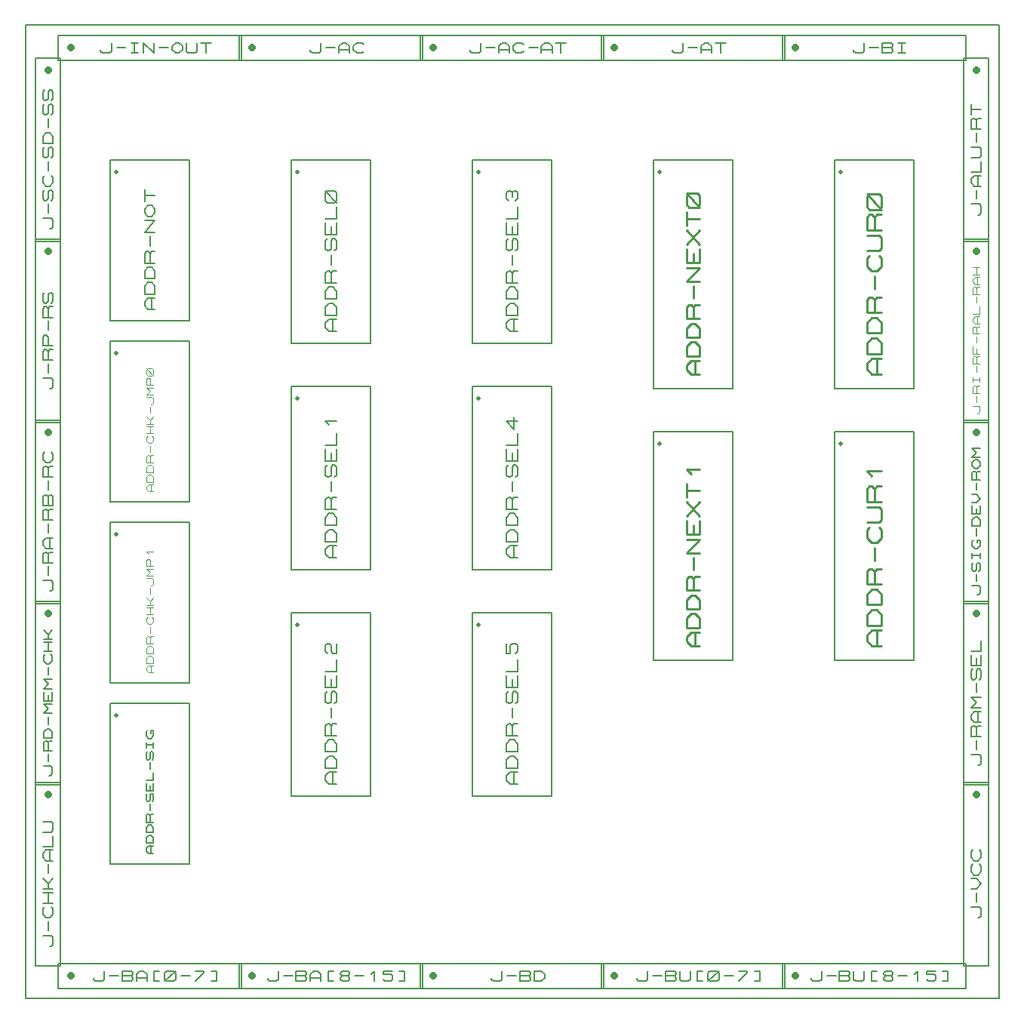
<source format=gbr>
G04 PROTEUS GERBER X2 FILE*
%TF.GenerationSoftware,Labcenter,Proteus,8.13-SP0-Build31525*%
%TF.CreationDate,2022-07-18T15:56:52+00:00*%
%TF.FileFunction,AssemblyDrawing,Top*%
%TF.FilePolarity,Positive*%
%TF.Part,Single*%
%TF.SameCoordinates,{834004b6-de26-4565-9fcf-6b40b17824ff}*%
%FSLAX45Y45*%
%MOMM*%
G01*
%TA.AperFunction,Profile*%
%ADD15C,0.203200*%
%TA.AperFunction,Material*%
%ADD16C,0.203200*%
%ADD20C,0.812800*%
%ADD21C,0.177800*%
%ADD22C,0.154510*%
%ADD23C,0.123610*%
%ADD24C,0.142630*%
%ADD25C,0.508000*%
%ADD26C,0.192910*%
%ADD27C,0.120560*%
%ADD28C,0.130320*%
%ADD29C,0.200420*%
%ADD72C,0.231730*%
%ADD73C,0.256870*%
%TD.AperFunction*%
D15*
X-5461000Y-5715000D02*
X+5461000Y-5715000D01*
X+5461000Y+5207000D01*
X-5461000Y+5207000D01*
X-5461000Y-5715000D01*
D16*
X-3058160Y+4815840D02*
X-1005840Y+4815840D01*
X-1005840Y+5090160D01*
X-3058160Y+5090160D01*
X-3058160Y+4815840D01*
D20*
X-2921000Y+4953000D02*
X-2921000Y+4953000D01*
D21*
X-2263140Y+4935220D02*
X-2263140Y+4917440D01*
X-2243138Y+4899660D01*
X-2163128Y+4899660D01*
X-2143125Y+4917440D01*
X-2143125Y+5006340D01*
X-2083118Y+4953000D02*
X-1983105Y+4953000D01*
X-1943100Y+4899660D02*
X-1943100Y+4970780D01*
X-1903095Y+5006340D01*
X-1863090Y+5006340D01*
X-1823085Y+4970780D01*
X-1823085Y+4899660D01*
X-1943100Y+4935220D02*
X-1823085Y+4935220D01*
X-1663065Y+4917440D02*
X-1683068Y+4899660D01*
X-1743075Y+4899660D01*
X-1783080Y+4935220D01*
X-1783080Y+4970780D01*
X-1743075Y+5006340D01*
X-1683068Y+5006340D01*
X-1663065Y+4988560D01*
D16*
X-1026160Y+4815840D02*
X+1026160Y+4815840D01*
X+1026160Y+5090160D01*
X-1026160Y+5090160D01*
X-1026160Y+4815840D01*
D20*
X-889000Y+4953000D02*
X-889000Y+4953000D01*
D21*
X-471170Y+4935220D02*
X-471170Y+4917440D01*
X-451168Y+4899660D01*
X-371158Y+4899660D01*
X-351155Y+4917440D01*
X-351155Y+5006340D01*
X-291148Y+4953000D02*
X-191135Y+4953000D01*
X-151130Y+4899660D02*
X-151130Y+4970780D01*
X-111125Y+5006340D01*
X-71120Y+5006340D01*
X-31115Y+4970780D01*
X-31115Y+4899660D01*
X-151130Y+4935220D02*
X-31115Y+4935220D01*
X+128905Y+4917440D02*
X+108902Y+4899660D01*
X+48895Y+4899660D01*
X+8890Y+4935220D01*
X+8890Y+4970780D01*
X+48895Y+5006340D01*
X+108902Y+5006340D01*
X+128905Y+4988560D01*
X+188912Y+4953000D02*
X+288925Y+4953000D01*
X+328930Y+4899660D02*
X+328930Y+4970780D01*
X+368935Y+5006340D01*
X+408940Y+5006340D01*
X+448945Y+4970780D01*
X+448945Y+4899660D01*
X+328930Y+4935220D02*
X+448945Y+4935220D01*
X+488950Y+5006340D02*
X+608965Y+5006340D01*
X+548957Y+5006340D02*
X+548957Y+4899660D01*
D16*
X+1005840Y+4815840D02*
X+3058160Y+4815840D01*
X+3058160Y+5090160D01*
X+1005840Y+5090160D01*
X+1005840Y+4815840D01*
D20*
X+1143000Y+4953000D02*
X+1143000Y+4953000D01*
D21*
X+1800860Y+4935220D02*
X+1800860Y+4917440D01*
X+1820862Y+4899660D01*
X+1900872Y+4899660D01*
X+1920875Y+4917440D01*
X+1920875Y+5006340D01*
X+1980882Y+4953000D02*
X+2080895Y+4953000D01*
X+2120900Y+4899660D02*
X+2120900Y+4970780D01*
X+2160905Y+5006340D01*
X+2200910Y+5006340D01*
X+2240915Y+4970780D01*
X+2240915Y+4899660D01*
X+2120900Y+4935220D02*
X+2240915Y+4935220D01*
X+2280920Y+5006340D02*
X+2400935Y+5006340D01*
X+2340927Y+5006340D02*
X+2340927Y+4899660D01*
D16*
X+3037840Y+4815840D02*
X+5090160Y+4815840D01*
X+5090160Y+5090160D01*
X+3037840Y+5090160D01*
X+3037840Y+4815840D01*
D20*
X+3175000Y+4953000D02*
X+3175000Y+4953000D01*
D21*
X+3832860Y+4935220D02*
X+3832860Y+4917440D01*
X+3852862Y+4899660D01*
X+3932872Y+4899660D01*
X+3952875Y+4917440D01*
X+3952875Y+5006340D01*
X+4012882Y+4953000D02*
X+4112895Y+4953000D01*
X+4152900Y+4899660D02*
X+4152900Y+5006340D01*
X+4252912Y+5006340D01*
X+4272915Y+4988560D01*
X+4272915Y+4970780D01*
X+4252912Y+4953000D01*
X+4272915Y+4935220D01*
X+4272915Y+4917440D01*
X+4252912Y+4899660D01*
X+4152900Y+4899660D01*
X+4152900Y+4953000D02*
X+4252912Y+4953000D01*
X+4332922Y+5006340D02*
X+4412932Y+5006340D01*
X+4372927Y+5006340D02*
X+4372927Y+4899660D01*
X+4332922Y+4899660D02*
X+4412932Y+4899660D01*
D16*
X-5090160Y+4815840D02*
X-3037840Y+4815840D01*
X-3037840Y+5090160D01*
X-5090160Y+5090160D01*
X-5090160Y+4815840D01*
D20*
X-4953000Y+4953000D02*
X-4953000Y+4953000D01*
D21*
X-4615180Y+4935220D02*
X-4615180Y+4917440D01*
X-4595178Y+4899660D01*
X-4515168Y+4899660D01*
X-4495165Y+4917440D01*
X-4495165Y+5006340D01*
X-4435158Y+4953000D02*
X-4335145Y+4953000D01*
X-4275138Y+5006340D02*
X-4195128Y+5006340D01*
X-4235133Y+5006340D02*
X-4235133Y+4899660D01*
X-4275138Y+4899660D02*
X-4195128Y+4899660D01*
X-4135120Y+4899660D02*
X-4135120Y+5006340D01*
X-4015105Y+4899660D01*
X-4015105Y+5006340D01*
X-3955098Y+4953000D02*
X-3855085Y+4953000D01*
X-3815080Y+4970780D02*
X-3775075Y+5006340D01*
X-3735070Y+5006340D01*
X-3695065Y+4970780D01*
X-3695065Y+4935220D01*
X-3735070Y+4899660D01*
X-3775075Y+4899660D01*
X-3815080Y+4935220D01*
X-3815080Y+4970780D01*
X-3655060Y+5006340D02*
X-3655060Y+4917440D01*
X-3635058Y+4899660D01*
X-3555048Y+4899660D01*
X-3535045Y+4917440D01*
X-3535045Y+5006340D01*
X-3495040Y+5006340D02*
X-3375025Y+5006340D01*
X-3435033Y+5006340D02*
X-3435033Y+4899660D01*
D16*
X-5090160Y-5598160D02*
X-3037840Y-5598160D01*
X-3037840Y-5323840D01*
X-5090160Y-5323840D01*
X-5090160Y-5598160D01*
D20*
X-4953000Y-5461000D02*
X-4953000Y-5461000D01*
D21*
X-4695190Y-5478780D02*
X-4695190Y-5496560D01*
X-4675188Y-5514340D01*
X-4595178Y-5514340D01*
X-4575175Y-5496560D01*
X-4575175Y-5407660D01*
X-4515168Y-5461000D02*
X-4415155Y-5461000D01*
X-4375150Y-5514340D02*
X-4375150Y-5407660D01*
X-4275138Y-5407660D01*
X-4255135Y-5425440D01*
X-4255135Y-5443220D01*
X-4275138Y-5461000D01*
X-4255135Y-5478780D01*
X-4255135Y-5496560D01*
X-4275138Y-5514340D01*
X-4375150Y-5514340D01*
X-4375150Y-5461000D02*
X-4275138Y-5461000D01*
X-4215130Y-5514340D02*
X-4215130Y-5443220D01*
X-4175125Y-5407660D01*
X-4135120Y-5407660D01*
X-4095115Y-5443220D01*
X-4095115Y-5514340D01*
X-4215130Y-5478780D02*
X-4095115Y-5478780D01*
X-3955098Y-5407660D02*
X-4015105Y-5407660D01*
X-4015105Y-5514340D01*
X-3955098Y-5514340D01*
X-3895090Y-5496560D02*
X-3895090Y-5425440D01*
X-3875088Y-5407660D01*
X-3795078Y-5407660D01*
X-3775075Y-5425440D01*
X-3775075Y-5496560D01*
X-3795078Y-5514340D01*
X-3875088Y-5514340D01*
X-3895090Y-5496560D01*
X-3895090Y-5514340D02*
X-3775075Y-5407660D01*
X-3715068Y-5461000D02*
X-3615055Y-5461000D01*
X-3555048Y-5407660D02*
X-3455035Y-5407660D01*
X-3455035Y-5425440D01*
X-3555048Y-5514340D01*
X-3375025Y-5407660D02*
X-3315018Y-5407660D01*
X-3315018Y-5514340D01*
X-3375025Y-5514340D01*
D16*
X-3058160Y-5598160D02*
X-1005840Y-5598160D01*
X-1005840Y-5323840D01*
X-3058160Y-5323840D01*
X-3058160Y-5598160D01*
D20*
X-2921000Y-5461000D02*
X-2921000Y-5461000D01*
D21*
X-2743200Y-5478780D02*
X-2743200Y-5496560D01*
X-2723198Y-5514340D01*
X-2643188Y-5514340D01*
X-2623185Y-5496560D01*
X-2623185Y-5407660D01*
X-2563178Y-5461000D02*
X-2463165Y-5461000D01*
X-2423160Y-5514340D02*
X-2423160Y-5407660D01*
X-2323148Y-5407660D01*
X-2303145Y-5425440D01*
X-2303145Y-5443220D01*
X-2323148Y-5461000D01*
X-2303145Y-5478780D01*
X-2303145Y-5496560D01*
X-2323148Y-5514340D01*
X-2423160Y-5514340D01*
X-2423160Y-5461000D02*
X-2323148Y-5461000D01*
X-2263140Y-5514340D02*
X-2263140Y-5443220D01*
X-2223135Y-5407660D01*
X-2183130Y-5407660D01*
X-2143125Y-5443220D01*
X-2143125Y-5514340D01*
X-2263140Y-5478780D02*
X-2143125Y-5478780D01*
X-2003108Y-5407660D02*
X-2063115Y-5407660D01*
X-2063115Y-5514340D01*
X-2003108Y-5514340D01*
X-1903095Y-5461000D02*
X-1923098Y-5443220D01*
X-1923098Y-5425440D01*
X-1903095Y-5407660D01*
X-1843088Y-5407660D01*
X-1823085Y-5425440D01*
X-1823085Y-5443220D01*
X-1843088Y-5461000D01*
X-1903095Y-5461000D01*
X-1923098Y-5478780D01*
X-1923098Y-5496560D01*
X-1903095Y-5514340D01*
X-1843088Y-5514340D01*
X-1823085Y-5496560D01*
X-1823085Y-5478780D01*
X-1843088Y-5461000D01*
X-1763078Y-5461000D02*
X-1663065Y-5461000D01*
X-1583055Y-5443220D02*
X-1543050Y-5407660D01*
X-1543050Y-5514340D01*
X-1343025Y-5407660D02*
X-1443038Y-5407660D01*
X-1443038Y-5443220D01*
X-1363028Y-5443220D01*
X-1343025Y-5461000D01*
X-1343025Y-5496560D01*
X-1363028Y-5514340D01*
X-1423035Y-5514340D01*
X-1443038Y-5496560D01*
X-1263015Y-5407660D02*
X-1203008Y-5407660D01*
X-1203008Y-5514340D01*
X-1263015Y-5514340D01*
D16*
X-1026160Y-5598160D02*
X+1026160Y-5598160D01*
X+1026160Y-5323840D01*
X-1026160Y-5323840D01*
X-1026160Y-5598160D01*
D20*
X-889000Y-5461000D02*
X-889000Y-5461000D01*
D21*
X-231140Y-5478780D02*
X-231140Y-5496560D01*
X-211138Y-5514340D01*
X-131128Y-5514340D01*
X-111125Y-5496560D01*
X-111125Y-5407660D01*
X-51118Y-5461000D02*
X+48895Y-5461000D01*
X+88900Y-5514340D02*
X+88900Y-5407660D01*
X+188912Y-5407660D01*
X+208915Y-5425440D01*
X+208915Y-5443220D01*
X+188912Y-5461000D01*
X+208915Y-5478780D01*
X+208915Y-5496560D01*
X+188912Y-5514340D01*
X+88900Y-5514340D01*
X+88900Y-5461000D02*
X+188912Y-5461000D01*
X+248920Y-5514340D02*
X+248920Y-5407660D01*
X+328930Y-5407660D01*
X+368935Y-5443220D01*
X+368935Y-5478780D01*
X+328930Y-5514340D01*
X+248920Y-5514340D01*
D16*
X+1005840Y-5598160D02*
X+3058160Y-5598160D01*
X+3058160Y-5323840D01*
X+1005840Y-5323840D01*
X+1005840Y-5598160D01*
D20*
X+1143000Y-5461000D02*
X+1143000Y-5461000D01*
D21*
X+1400810Y-5478780D02*
X+1400810Y-5496560D01*
X+1420812Y-5514340D01*
X+1500822Y-5514340D01*
X+1520825Y-5496560D01*
X+1520825Y-5407660D01*
X+1580832Y-5461000D02*
X+1680845Y-5461000D01*
X+1720850Y-5514340D02*
X+1720850Y-5407660D01*
X+1820862Y-5407660D01*
X+1840865Y-5425440D01*
X+1840865Y-5443220D01*
X+1820862Y-5461000D01*
X+1840865Y-5478780D01*
X+1840865Y-5496560D01*
X+1820862Y-5514340D01*
X+1720850Y-5514340D01*
X+1720850Y-5461000D02*
X+1820862Y-5461000D01*
X+1880870Y-5407660D02*
X+1880870Y-5496560D01*
X+1900872Y-5514340D01*
X+1980882Y-5514340D01*
X+2000885Y-5496560D01*
X+2000885Y-5407660D01*
X+2140902Y-5407660D02*
X+2080895Y-5407660D01*
X+2080895Y-5514340D01*
X+2140902Y-5514340D01*
X+2200910Y-5496560D02*
X+2200910Y-5425440D01*
X+2220912Y-5407660D01*
X+2300922Y-5407660D01*
X+2320925Y-5425440D01*
X+2320925Y-5496560D01*
X+2300922Y-5514340D01*
X+2220912Y-5514340D01*
X+2200910Y-5496560D01*
X+2200910Y-5514340D02*
X+2320925Y-5407660D01*
X+2380932Y-5461000D02*
X+2480945Y-5461000D01*
X+2540952Y-5407660D02*
X+2640965Y-5407660D01*
X+2640965Y-5425440D01*
X+2540952Y-5514340D01*
X+2720975Y-5407660D02*
X+2780982Y-5407660D01*
X+2780982Y-5514340D01*
X+2720975Y-5514340D01*
D16*
X+3037840Y-5598160D02*
X+5090160Y-5598160D01*
X+5090160Y-5323840D01*
X+3037840Y-5323840D01*
X+3037840Y-5598160D01*
D20*
X+3175000Y-5461000D02*
X+3175000Y-5461000D01*
D21*
X+3352800Y-5478780D02*
X+3352800Y-5496560D01*
X+3372802Y-5514340D01*
X+3452812Y-5514340D01*
X+3472815Y-5496560D01*
X+3472815Y-5407660D01*
X+3532822Y-5461000D02*
X+3632835Y-5461000D01*
X+3672840Y-5514340D02*
X+3672840Y-5407660D01*
X+3772852Y-5407660D01*
X+3792855Y-5425440D01*
X+3792855Y-5443220D01*
X+3772852Y-5461000D01*
X+3792855Y-5478780D01*
X+3792855Y-5496560D01*
X+3772852Y-5514340D01*
X+3672840Y-5514340D01*
X+3672840Y-5461000D02*
X+3772852Y-5461000D01*
X+3832860Y-5407660D02*
X+3832860Y-5496560D01*
X+3852862Y-5514340D01*
X+3932872Y-5514340D01*
X+3952875Y-5496560D01*
X+3952875Y-5407660D01*
X+4092892Y-5407660D02*
X+4032885Y-5407660D01*
X+4032885Y-5514340D01*
X+4092892Y-5514340D01*
X+4192905Y-5461000D02*
X+4172902Y-5443220D01*
X+4172902Y-5425440D01*
X+4192905Y-5407660D01*
X+4252912Y-5407660D01*
X+4272915Y-5425440D01*
X+4272915Y-5443220D01*
X+4252912Y-5461000D01*
X+4192905Y-5461000D01*
X+4172902Y-5478780D01*
X+4172902Y-5496560D01*
X+4192905Y-5514340D01*
X+4252912Y-5514340D01*
X+4272915Y-5496560D01*
X+4272915Y-5478780D01*
X+4252912Y-5461000D01*
X+4332922Y-5461000D02*
X+4432935Y-5461000D01*
X+4512945Y-5443220D02*
X+4552950Y-5407660D01*
X+4552950Y-5514340D01*
X+4752975Y-5407660D02*
X+4652962Y-5407660D01*
X+4652962Y-5443220D01*
X+4732972Y-5443220D01*
X+4752975Y-5461000D01*
X+4752975Y-5496560D01*
X+4732972Y-5514340D01*
X+4672965Y-5514340D01*
X+4652962Y-5496560D01*
X+4832985Y-5407660D02*
X+4892992Y-5407660D01*
X+4892992Y-5514340D01*
X+4832985Y-5514340D01*
D16*
X-5344160Y+2783840D02*
X-5069840Y+2783840D01*
X-5069840Y+4836160D01*
X-5344160Y+4836160D01*
X-5344160Y+2783840D01*
D20*
X-5207000Y+4699000D02*
X-5207000Y+4699000D01*
D21*
X-5189220Y+2921000D02*
X-5171440Y+2921000D01*
X-5153660Y+2941002D01*
X-5153660Y+3021012D01*
X-5171440Y+3041015D01*
X-5260340Y+3041015D01*
X-5207000Y+3101022D02*
X-5207000Y+3201035D01*
X-5171440Y+3241040D02*
X-5153660Y+3261042D01*
X-5153660Y+3341052D01*
X-5171440Y+3361055D01*
X-5189220Y+3361055D01*
X-5207000Y+3341052D01*
X-5207000Y+3261042D01*
X-5224780Y+3241040D01*
X-5242560Y+3241040D01*
X-5260340Y+3261042D01*
X-5260340Y+3341052D01*
X-5242560Y+3361055D01*
X-5171440Y+3521075D02*
X-5153660Y+3501072D01*
X-5153660Y+3441065D01*
X-5189220Y+3401060D01*
X-5224780Y+3401060D01*
X-5260340Y+3441065D01*
X-5260340Y+3501072D01*
X-5242560Y+3521075D01*
X-5207000Y+3581082D02*
X-5207000Y+3681095D01*
X-5171440Y+3721100D02*
X-5153660Y+3741102D01*
X-5153660Y+3821112D01*
X-5171440Y+3841115D01*
X-5189220Y+3841115D01*
X-5207000Y+3821112D01*
X-5207000Y+3741102D01*
X-5224780Y+3721100D01*
X-5242560Y+3721100D01*
X-5260340Y+3741102D01*
X-5260340Y+3821112D01*
X-5242560Y+3841115D01*
X-5153660Y+3881120D02*
X-5260340Y+3881120D01*
X-5260340Y+3961130D01*
X-5224780Y+4001135D01*
X-5189220Y+4001135D01*
X-5153660Y+3961130D01*
X-5153660Y+3881120D01*
X-5207000Y+4061142D02*
X-5207000Y+4161155D01*
X-5171440Y+4201160D02*
X-5153660Y+4221162D01*
X-5153660Y+4301172D01*
X-5171440Y+4321175D01*
X-5189220Y+4321175D01*
X-5207000Y+4301172D01*
X-5207000Y+4221162D01*
X-5224780Y+4201160D01*
X-5242560Y+4201160D01*
X-5260340Y+4221162D01*
X-5260340Y+4301172D01*
X-5242560Y+4321175D01*
X-5171440Y+4361180D02*
X-5153660Y+4381182D01*
X-5153660Y+4461192D01*
X-5171440Y+4481195D01*
X-5189220Y+4481195D01*
X-5207000Y+4461192D01*
X-5207000Y+4381182D01*
X-5224780Y+4361180D01*
X-5242560Y+4361180D01*
X-5260340Y+4381182D01*
X-5260340Y+4461192D01*
X-5242560Y+4481195D01*
D16*
X-5344160Y+751840D02*
X-5069840Y+751840D01*
X-5069840Y+2804160D01*
X-5344160Y+2804160D01*
X-5344160Y+751840D01*
D20*
X-5207000Y+2667000D02*
X-5207000Y+2667000D01*
D21*
X-5189220Y+1129030D02*
X-5171440Y+1129030D01*
X-5153660Y+1149032D01*
X-5153660Y+1229042D01*
X-5171440Y+1249045D01*
X-5260340Y+1249045D01*
X-5207000Y+1309052D02*
X-5207000Y+1409065D01*
X-5153660Y+1449070D02*
X-5260340Y+1449070D01*
X-5260340Y+1549082D01*
X-5242560Y+1569085D01*
X-5224780Y+1569085D01*
X-5207000Y+1549082D01*
X-5207000Y+1449070D01*
X-5207000Y+1549082D02*
X-5189220Y+1569085D01*
X-5153660Y+1569085D01*
X-5153660Y+1609090D02*
X-5260340Y+1609090D01*
X-5260340Y+1709102D01*
X-5242560Y+1729105D01*
X-5224780Y+1729105D01*
X-5207000Y+1709102D01*
X-5207000Y+1609090D01*
X-5207000Y+1789112D02*
X-5207000Y+1889125D01*
X-5153660Y+1929130D02*
X-5260340Y+1929130D01*
X-5260340Y+2029142D01*
X-5242560Y+2049145D01*
X-5224780Y+2049145D01*
X-5207000Y+2029142D01*
X-5207000Y+1929130D01*
X-5207000Y+2029142D02*
X-5189220Y+2049145D01*
X-5153660Y+2049145D01*
X-5171440Y+2089150D02*
X-5153660Y+2109152D01*
X-5153660Y+2189162D01*
X-5171440Y+2209165D01*
X-5189220Y+2209165D01*
X-5207000Y+2189162D01*
X-5207000Y+2109152D01*
X-5224780Y+2089150D01*
X-5242560Y+2089150D01*
X-5260340Y+2109152D01*
X-5260340Y+2189162D01*
X-5242560Y+2209165D01*
D16*
X-5344160Y-1280160D02*
X-5069840Y-1280160D01*
X-5069840Y+772160D01*
X-5344160Y+772160D01*
X-5344160Y-1280160D01*
D20*
X-5207000Y+635000D02*
X-5207000Y+635000D01*
D21*
X-5189220Y-1143000D02*
X-5171440Y-1143000D01*
X-5153660Y-1122998D01*
X-5153660Y-1042988D01*
X-5171440Y-1022985D01*
X-5260340Y-1022985D01*
X-5207000Y-962978D02*
X-5207000Y-862965D01*
X-5153660Y-822960D02*
X-5260340Y-822960D01*
X-5260340Y-722948D01*
X-5242560Y-702945D01*
X-5224780Y-702945D01*
X-5207000Y-722948D01*
X-5207000Y-822960D01*
X-5207000Y-722948D02*
X-5189220Y-702945D01*
X-5153660Y-702945D01*
X-5153660Y-662940D02*
X-5224780Y-662940D01*
X-5260340Y-622935D01*
X-5260340Y-582930D01*
X-5224780Y-542925D01*
X-5153660Y-542925D01*
X-5189220Y-662940D02*
X-5189220Y-542925D01*
X-5207000Y-482918D02*
X-5207000Y-382905D01*
X-5153660Y-342900D02*
X-5260340Y-342900D01*
X-5260340Y-242888D01*
X-5242560Y-222885D01*
X-5224780Y-222885D01*
X-5207000Y-242888D01*
X-5207000Y-342900D01*
X-5207000Y-242888D02*
X-5189220Y-222885D01*
X-5153660Y-222885D01*
X-5153660Y-182880D02*
X-5260340Y-182880D01*
X-5260340Y-82868D01*
X-5242560Y-62865D01*
X-5224780Y-62865D01*
X-5207000Y-82868D01*
X-5189220Y-62865D01*
X-5171440Y-62865D01*
X-5153660Y-82868D01*
X-5153660Y-182880D01*
X-5207000Y-182880D02*
X-5207000Y-82868D01*
X-5207000Y-2858D02*
X-5207000Y+97155D01*
X-5153660Y+137160D02*
X-5260340Y+137160D01*
X-5260340Y+237172D01*
X-5242560Y+257175D01*
X-5224780Y+257175D01*
X-5207000Y+237172D01*
X-5207000Y+137160D01*
X-5207000Y+237172D02*
X-5189220Y+257175D01*
X-5153660Y+257175D01*
X-5171440Y+417195D02*
X-5153660Y+397192D01*
X-5153660Y+337185D01*
X-5189220Y+297180D01*
X-5224780Y+297180D01*
X-5260340Y+337185D01*
X-5260340Y+397192D01*
X-5242560Y+417195D01*
D16*
X-5344160Y-3312160D02*
X-5069840Y-3312160D01*
X-5069840Y-1259840D01*
X-5344160Y-1259840D01*
X-5344160Y-3312160D01*
D20*
X-5207000Y-1397000D02*
X-5207000Y-1397000D01*
D22*
X-5191548Y-3209284D02*
X-5176096Y-3209284D01*
X-5160645Y-3191901D01*
X-5160645Y-3122369D01*
X-5176096Y-3104986D01*
X-5253354Y-3104986D01*
X-5207000Y-3052837D02*
X-5207000Y-2965922D01*
X-5160645Y-2931156D02*
X-5253354Y-2931156D01*
X-5253354Y-2844241D01*
X-5237903Y-2826858D01*
X-5222451Y-2826858D01*
X-5207000Y-2844241D01*
X-5207000Y-2931156D01*
X-5207000Y-2844241D02*
X-5191548Y-2826858D01*
X-5160645Y-2826858D01*
X-5160645Y-2792092D02*
X-5253354Y-2792092D01*
X-5253354Y-2722560D01*
X-5222451Y-2687794D01*
X-5191548Y-2687794D01*
X-5160645Y-2722560D01*
X-5160645Y-2792092D01*
X-5207000Y-2635645D02*
X-5207000Y-2548730D01*
X-5160645Y-2513964D02*
X-5253354Y-2513964D01*
X-5207000Y-2461815D01*
X-5253354Y-2409666D01*
X-5160645Y-2409666D01*
X-5160645Y-2270602D02*
X-5160645Y-2374900D01*
X-5253354Y-2374900D01*
X-5253354Y-2270602D01*
X-5207000Y-2374900D02*
X-5207000Y-2305368D01*
X-5160645Y-2235836D02*
X-5253354Y-2235836D01*
X-5207000Y-2183687D01*
X-5253354Y-2131538D01*
X-5160645Y-2131538D01*
X-5207000Y-2079389D02*
X-5207000Y-1992474D01*
X-5176096Y-1853410D02*
X-5160645Y-1870793D01*
X-5160645Y-1922942D01*
X-5191548Y-1957708D01*
X-5222451Y-1957708D01*
X-5253354Y-1922942D01*
X-5253354Y-1870793D01*
X-5237903Y-1853410D01*
X-5160645Y-1818644D02*
X-5253354Y-1818644D01*
X-5253354Y-1714346D02*
X-5160645Y-1714346D01*
X-5207000Y-1818644D02*
X-5207000Y-1714346D01*
X-5253354Y-1679580D02*
X-5160645Y-1679580D01*
X-5253354Y-1575282D02*
X-5207000Y-1627431D01*
X-5160645Y-1575282D01*
X-5207000Y-1679580D02*
X-5207000Y-1627431D01*
D16*
X-5344160Y-5344160D02*
X-5069840Y-5344160D01*
X-5069840Y-3291840D01*
X-5344160Y-3291840D01*
X-5344160Y-5344160D01*
D20*
X-5207000Y-3429000D02*
X-5207000Y-3429000D01*
D21*
X-5189220Y-5126990D02*
X-5171440Y-5126990D01*
X-5153660Y-5106988D01*
X-5153660Y-5026978D01*
X-5171440Y-5006975D01*
X-5260340Y-5006975D01*
X-5207000Y-4946968D02*
X-5207000Y-4846955D01*
X-5171440Y-4686935D02*
X-5153660Y-4706938D01*
X-5153660Y-4766945D01*
X-5189220Y-4806950D01*
X-5224780Y-4806950D01*
X-5260340Y-4766945D01*
X-5260340Y-4706938D01*
X-5242560Y-4686935D01*
X-5153660Y-4646930D02*
X-5260340Y-4646930D01*
X-5260340Y-4526915D02*
X-5153660Y-4526915D01*
X-5207000Y-4646930D02*
X-5207000Y-4526915D01*
X-5260340Y-4486910D02*
X-5153660Y-4486910D01*
X-5260340Y-4366895D02*
X-5207000Y-4426903D01*
X-5153660Y-4366895D01*
X-5207000Y-4486910D02*
X-5207000Y-4426903D01*
X-5207000Y-4306888D02*
X-5207000Y-4206875D01*
X-5153660Y-4166870D02*
X-5224780Y-4166870D01*
X-5260340Y-4126865D01*
X-5260340Y-4086860D01*
X-5224780Y-4046855D01*
X-5153660Y-4046855D01*
X-5189220Y-4166870D02*
X-5189220Y-4046855D01*
X-5260340Y-4006850D02*
X-5153660Y-4006850D01*
X-5153660Y-3886835D01*
X-5260340Y-3846830D02*
X-5171440Y-3846830D01*
X-5153660Y-3826828D01*
X-5153660Y-3746818D01*
X-5171440Y-3726815D01*
X-5260340Y-3726815D01*
D16*
X+5069840Y+2783840D02*
X+5344160Y+2783840D01*
X+5344160Y+4836160D01*
X+5069840Y+4836160D01*
X+5069840Y+2783840D01*
D20*
X+5207000Y+4699000D02*
X+5207000Y+4699000D01*
D21*
X+5224780Y+3081020D02*
X+5242560Y+3081020D01*
X+5260340Y+3101022D01*
X+5260340Y+3181032D01*
X+5242560Y+3201035D01*
X+5153660Y+3201035D01*
X+5207000Y+3261042D02*
X+5207000Y+3361055D01*
X+5260340Y+3401060D02*
X+5189220Y+3401060D01*
X+5153660Y+3441065D01*
X+5153660Y+3481070D01*
X+5189220Y+3521075D01*
X+5260340Y+3521075D01*
X+5224780Y+3401060D02*
X+5224780Y+3521075D01*
X+5153660Y+3561080D02*
X+5260340Y+3561080D01*
X+5260340Y+3681095D01*
X+5153660Y+3721100D02*
X+5242560Y+3721100D01*
X+5260340Y+3741102D01*
X+5260340Y+3821112D01*
X+5242560Y+3841115D01*
X+5153660Y+3841115D01*
X+5207000Y+3901122D02*
X+5207000Y+4001135D01*
X+5260340Y+4041140D02*
X+5153660Y+4041140D01*
X+5153660Y+4141152D01*
X+5171440Y+4161155D01*
X+5189220Y+4161155D01*
X+5207000Y+4141152D01*
X+5207000Y+4041140D01*
X+5207000Y+4141152D02*
X+5224780Y+4161155D01*
X+5260340Y+4161155D01*
X+5153660Y+4201160D02*
X+5153660Y+4321175D01*
X+5153660Y+4261167D02*
X+5260340Y+4261167D01*
D16*
X+5069840Y+751840D02*
X+5344160Y+751840D01*
X+5344160Y+2804160D01*
X+5069840Y+2804160D01*
X+5069840Y+751840D01*
D20*
X+5207000Y+2667000D02*
X+5207000Y+2667000D01*
D23*
X+5219361Y+854718D02*
X+5231723Y+854718D01*
X+5244084Y+868624D01*
X+5244084Y+924249D01*
X+5231723Y+938156D01*
X+5169916Y+938156D01*
X+5207000Y+979875D02*
X+5207000Y+1049407D01*
X+5244084Y+1077220D02*
X+5169916Y+1077220D01*
X+5169916Y+1146751D01*
X+5182277Y+1160658D01*
X+5194639Y+1160658D01*
X+5207000Y+1146751D01*
X+5207000Y+1077220D01*
X+5207000Y+1146751D02*
X+5219361Y+1160658D01*
X+5244084Y+1160658D01*
X+5169916Y+1202377D02*
X+5169916Y+1258002D01*
X+5169916Y+1230190D02*
X+5244084Y+1230190D01*
X+5244084Y+1202377D02*
X+5244084Y+1258002D01*
X+5207000Y+1313628D02*
X+5207000Y+1383160D01*
X+5244084Y+1410973D02*
X+5169916Y+1410973D01*
X+5169916Y+1480504D01*
X+5182277Y+1494411D01*
X+5194639Y+1494411D01*
X+5207000Y+1480504D01*
X+5207000Y+1410973D01*
X+5207000Y+1480504D02*
X+5219361Y+1494411D01*
X+5244084Y+1494411D01*
X+5244084Y+1522224D02*
X+5169916Y+1522224D01*
X+5169916Y+1605662D01*
X+5207000Y+1522224D02*
X+5207000Y+1577849D01*
X+5207000Y+1647381D02*
X+5207000Y+1716913D01*
X+5244084Y+1744726D02*
X+5169916Y+1744726D01*
X+5169916Y+1814257D01*
X+5182277Y+1828164D01*
X+5194639Y+1828164D01*
X+5207000Y+1814257D01*
X+5207000Y+1744726D01*
X+5207000Y+1814257D02*
X+5219361Y+1828164D01*
X+5244084Y+1828164D01*
X+5244084Y+1855977D02*
X+5194639Y+1855977D01*
X+5169916Y+1883789D01*
X+5169916Y+1911602D01*
X+5194639Y+1939415D01*
X+5244084Y+1939415D01*
X+5219361Y+1855977D02*
X+5219361Y+1939415D01*
X+5169916Y+1967228D02*
X+5244084Y+1967228D01*
X+5244084Y+2050666D01*
X+5207000Y+2092385D02*
X+5207000Y+2161917D01*
X+5244084Y+2189730D02*
X+5169916Y+2189730D01*
X+5169916Y+2259261D01*
X+5182277Y+2273168D01*
X+5194639Y+2273168D01*
X+5207000Y+2259261D01*
X+5207000Y+2189730D01*
X+5207000Y+2259261D02*
X+5219361Y+2273168D01*
X+5244084Y+2273168D01*
X+5244084Y+2300981D02*
X+5194639Y+2300981D01*
X+5169916Y+2328793D01*
X+5169916Y+2356606D01*
X+5194639Y+2384419D01*
X+5244084Y+2384419D01*
X+5219361Y+2300981D02*
X+5219361Y+2384419D01*
X+5244084Y+2412232D02*
X+5169916Y+2412232D01*
X+5169916Y+2495670D02*
X+5244084Y+2495670D01*
X+5207000Y+2412232D02*
X+5207000Y+2495670D01*
D16*
X+5069840Y-1280160D02*
X+5344160Y-1280160D01*
X+5344160Y+772160D01*
X+5069840Y+772160D01*
X+5069840Y-1280160D01*
D20*
X+5207000Y+635000D02*
X+5207000Y+635000D01*
D24*
X+5221263Y-1177285D02*
X+5235526Y-1177285D01*
X+5249789Y-1161240D01*
X+5249789Y-1097056D01*
X+5235526Y-1081010D01*
X+5164211Y-1081010D01*
X+5207000Y-1032873D02*
X+5207000Y-952643D01*
X+5235526Y-920551D02*
X+5249789Y-904506D01*
X+5249789Y-840322D01*
X+5235526Y-824276D01*
X+5221263Y-824276D01*
X+5207000Y-840322D01*
X+5207000Y-904506D01*
X+5192737Y-920551D01*
X+5178474Y-920551D01*
X+5164211Y-904506D01*
X+5164211Y-840322D01*
X+5178474Y-824276D01*
X+5164211Y-776139D02*
X+5164211Y-711955D01*
X+5164211Y-744047D02*
X+5249789Y-744047D01*
X+5249789Y-776139D02*
X+5249789Y-711955D01*
X+5221263Y-599634D02*
X+5221263Y-567542D01*
X+5249789Y-567542D01*
X+5249789Y-631726D01*
X+5221263Y-663817D01*
X+5192737Y-663817D01*
X+5164211Y-631726D01*
X+5164211Y-583588D01*
X+5178474Y-567542D01*
X+5207000Y-519405D02*
X+5207000Y-439175D01*
X+5249789Y-407083D02*
X+5164211Y-407083D01*
X+5164211Y-342900D01*
X+5192737Y-310808D01*
X+5221263Y-310808D01*
X+5249789Y-342900D01*
X+5249789Y-407083D01*
X+5249789Y-182441D02*
X+5249789Y-278716D01*
X+5164211Y-278716D01*
X+5164211Y-182441D01*
X+5207000Y-278716D02*
X+5207000Y-214533D01*
X+5164211Y-150349D02*
X+5207000Y-150349D01*
X+5249789Y-102212D01*
X+5207000Y-54074D01*
X+5164211Y-54074D01*
X+5207000Y-5937D02*
X+5207000Y+74293D01*
X+5249789Y+106385D02*
X+5164211Y+106385D01*
X+5164211Y+186614D01*
X+5178474Y+202660D01*
X+5192737Y+202660D01*
X+5207000Y+186614D01*
X+5207000Y+106385D01*
X+5207000Y+186614D02*
X+5221263Y+202660D01*
X+5249789Y+202660D01*
X+5192737Y+234752D02*
X+5164211Y+266843D01*
X+5164211Y+298935D01*
X+5192737Y+331027D01*
X+5221263Y+331027D01*
X+5249789Y+298935D01*
X+5249789Y+266843D01*
X+5221263Y+234752D01*
X+5192737Y+234752D01*
X+5249789Y+363119D02*
X+5164211Y+363119D01*
X+5207000Y+411256D01*
X+5164211Y+459394D01*
X+5249789Y+459394D01*
D16*
X+5069840Y-3312160D02*
X+5344160Y-3312160D01*
X+5344160Y-1259840D01*
X+5069840Y-1259840D01*
X+5069840Y-3312160D01*
D20*
X+5207000Y-1397000D02*
X+5207000Y-1397000D01*
D21*
X+5224780Y-3094990D02*
X+5242560Y-3094990D01*
X+5260340Y-3074988D01*
X+5260340Y-2994978D01*
X+5242560Y-2974975D01*
X+5153660Y-2974975D01*
X+5207000Y-2914968D02*
X+5207000Y-2814955D01*
X+5260340Y-2774950D02*
X+5153660Y-2774950D01*
X+5153660Y-2674938D01*
X+5171440Y-2654935D01*
X+5189220Y-2654935D01*
X+5207000Y-2674938D01*
X+5207000Y-2774950D01*
X+5207000Y-2674938D02*
X+5224780Y-2654935D01*
X+5260340Y-2654935D01*
X+5260340Y-2614930D02*
X+5189220Y-2614930D01*
X+5153660Y-2574925D01*
X+5153660Y-2534920D01*
X+5189220Y-2494915D01*
X+5260340Y-2494915D01*
X+5224780Y-2614930D02*
X+5224780Y-2494915D01*
X+5260340Y-2454910D02*
X+5153660Y-2454910D01*
X+5207000Y-2394903D01*
X+5153660Y-2334895D01*
X+5260340Y-2334895D01*
X+5207000Y-2274888D02*
X+5207000Y-2174875D01*
X+5242560Y-2134870D02*
X+5260340Y-2114868D01*
X+5260340Y-2034858D01*
X+5242560Y-2014855D01*
X+5224780Y-2014855D01*
X+5207000Y-2034858D01*
X+5207000Y-2114868D01*
X+5189220Y-2134870D01*
X+5171440Y-2134870D01*
X+5153660Y-2114868D01*
X+5153660Y-2034858D01*
X+5171440Y-2014855D01*
X+5260340Y-1854835D02*
X+5260340Y-1974850D01*
X+5153660Y-1974850D01*
X+5153660Y-1854835D01*
X+5207000Y-1974850D02*
X+5207000Y-1894840D01*
X+5153660Y-1814830D02*
X+5260340Y-1814830D01*
X+5260340Y-1694815D01*
D16*
X+5069840Y-5344160D02*
X+5344160Y-5344160D01*
X+5344160Y-3291840D01*
X+5069840Y-3291840D01*
X+5069840Y-5344160D01*
D20*
X+5207000Y-3429000D02*
X+5207000Y-3429000D01*
D21*
X+5224780Y-4806950D02*
X+5242560Y-4806950D01*
X+5260340Y-4786948D01*
X+5260340Y-4706938D01*
X+5242560Y-4686935D01*
X+5153660Y-4686935D01*
X+5207000Y-4626928D02*
X+5207000Y-4526915D01*
X+5153660Y-4486910D02*
X+5207000Y-4486910D01*
X+5260340Y-4426903D01*
X+5207000Y-4366895D01*
X+5153660Y-4366895D01*
X+5242560Y-4206875D02*
X+5260340Y-4226878D01*
X+5260340Y-4286885D01*
X+5224780Y-4326890D01*
X+5189220Y-4326890D01*
X+5153660Y-4286885D01*
X+5153660Y-4226878D01*
X+5171440Y-4206875D01*
X+5242560Y-4046855D02*
X+5260340Y-4066858D01*
X+5260340Y-4126865D01*
X+5224780Y-4166870D01*
X+5189220Y-4166870D01*
X+5153660Y-4126865D01*
X+5153660Y-4066858D01*
X+5171440Y-4046855D01*
D16*
X-4508500Y+1894840D02*
X-3619500Y+1894840D01*
X-3619500Y+3693160D01*
X-4508500Y+3693160D01*
X-4508500Y+1894840D01*
D25*
X-4445000Y+3556000D02*
X-4445000Y+3556000D01*
D26*
X-4006126Y+2018236D02*
X-4083291Y+2018236D01*
X-4121874Y+2061641D01*
X-4121874Y+2105046D01*
X-4083291Y+2148451D01*
X-4006126Y+2148451D01*
X-4044709Y+2018236D02*
X-4044709Y+2148451D01*
X-4006126Y+2191857D02*
X-4121874Y+2191857D01*
X-4121874Y+2278667D01*
X-4083291Y+2322072D01*
X-4044709Y+2322072D01*
X-4006126Y+2278667D01*
X-4006126Y+2191857D01*
X-4006126Y+2365478D02*
X-4121874Y+2365478D01*
X-4121874Y+2452288D01*
X-4083291Y+2495693D01*
X-4044709Y+2495693D01*
X-4006126Y+2452288D01*
X-4006126Y+2365478D01*
X-4006126Y+2539099D02*
X-4121874Y+2539099D01*
X-4121874Y+2647612D01*
X-4102583Y+2669314D01*
X-4083291Y+2669314D01*
X-4064000Y+2647612D01*
X-4064000Y+2539099D01*
X-4064000Y+2647612D02*
X-4044709Y+2669314D01*
X-4006126Y+2669314D01*
X-4064000Y+2734422D02*
X-4064000Y+2842935D01*
X-4006126Y+2886341D02*
X-4121874Y+2886341D01*
X-4006126Y+3016556D01*
X-4121874Y+3016556D01*
X-4083291Y+3059962D02*
X-4121874Y+3103367D01*
X-4121874Y+3146772D01*
X-4083291Y+3190177D01*
X-4044709Y+3190177D01*
X-4006126Y+3146772D01*
X-4006126Y+3103367D01*
X-4044709Y+3059962D01*
X-4083291Y+3059962D01*
X-4121874Y+3233583D02*
X-4121874Y+3363798D01*
X-4121874Y+3298690D02*
X-4006126Y+3298690D01*
D16*
X-4508500Y-137160D02*
X-3619500Y-137160D01*
X-3619500Y+1661160D01*
X-4508500Y+1661160D01*
X-4508500Y-137160D01*
D25*
X-4445000Y+1524000D02*
X-4445000Y+1524000D01*
D27*
X-4027831Y-24582D02*
X-4076057Y-24582D01*
X-4100170Y+2545D01*
X-4100170Y+29672D01*
X-4076057Y+56799D01*
X-4027831Y+56799D01*
X-4051944Y-24582D02*
X-4051944Y+56799D01*
X-4027831Y+83926D02*
X-4100170Y+83926D01*
X-4100170Y+138180D01*
X-4076057Y+165307D01*
X-4051944Y+165307D01*
X-4027831Y+138180D01*
X-4027831Y+83926D01*
X-4027831Y+192434D02*
X-4100170Y+192434D01*
X-4100170Y+246688D01*
X-4076057Y+273815D01*
X-4051944Y+273815D01*
X-4027831Y+246688D01*
X-4027831Y+192434D01*
X-4027831Y+300942D02*
X-4100170Y+300942D01*
X-4100170Y+368759D01*
X-4088113Y+382323D01*
X-4076057Y+382323D01*
X-4064000Y+368759D01*
X-4064000Y+300942D01*
X-4064000Y+368759D02*
X-4051944Y+382323D01*
X-4027831Y+382323D01*
X-4064000Y+423013D02*
X-4064000Y+490831D01*
X-4039887Y+599339D02*
X-4027831Y+585775D01*
X-4027831Y+545085D01*
X-4051944Y+517958D01*
X-4076057Y+517958D01*
X-4100170Y+545085D01*
X-4100170Y+585775D01*
X-4088113Y+599339D01*
X-4027831Y+626466D02*
X-4100170Y+626466D01*
X-4100170Y+707847D02*
X-4027831Y+707847D01*
X-4064000Y+626466D02*
X-4064000Y+707847D01*
X-4100170Y+734974D02*
X-4027831Y+734974D01*
X-4100170Y+816355D02*
X-4064000Y+775664D01*
X-4027831Y+816355D01*
X-4064000Y+734974D02*
X-4064000Y+775664D01*
X-4064000Y+857045D02*
X-4064000Y+924863D01*
X-4051944Y+951990D02*
X-4039887Y+951990D01*
X-4027831Y+965553D01*
X-4027831Y+1019807D01*
X-4039887Y+1033371D01*
X-4100170Y+1033371D01*
X-4027831Y+1060498D02*
X-4100170Y+1060498D01*
X-4064000Y+1101188D01*
X-4100170Y+1141879D01*
X-4027831Y+1141879D01*
X-4027831Y+1169006D02*
X-4100170Y+1169006D01*
X-4100170Y+1236823D01*
X-4088113Y+1250387D01*
X-4076057Y+1250387D01*
X-4064000Y+1236823D01*
X-4064000Y+1169006D01*
X-4039887Y+1277514D02*
X-4088113Y+1277514D01*
X-4100170Y+1291077D01*
X-4100170Y+1345331D01*
X-4088113Y+1358895D01*
X-4039887Y+1358895D01*
X-4027831Y+1345331D01*
X-4027831Y+1291077D01*
X-4039887Y+1277514D01*
X-4027831Y+1277514D02*
X-4100170Y+1358895D01*
D16*
X-4508500Y-2169160D02*
X-3619500Y-2169160D01*
X-3619500Y-370840D01*
X-4508500Y-370840D01*
X-4508500Y-2169160D01*
D25*
X-4445000Y-508000D02*
X-4445000Y-508000D01*
D27*
X-4027831Y-2056582D02*
X-4076057Y-2056582D01*
X-4100170Y-2029455D01*
X-4100170Y-2002328D01*
X-4076057Y-1975201D01*
X-4027831Y-1975201D01*
X-4051944Y-2056582D02*
X-4051944Y-1975201D01*
X-4027831Y-1948074D02*
X-4100170Y-1948074D01*
X-4100170Y-1893820D01*
X-4076057Y-1866693D01*
X-4051944Y-1866693D01*
X-4027831Y-1893820D01*
X-4027831Y-1948074D01*
X-4027831Y-1839566D02*
X-4100170Y-1839566D01*
X-4100170Y-1785312D01*
X-4076057Y-1758185D01*
X-4051944Y-1758185D01*
X-4027831Y-1785312D01*
X-4027831Y-1839566D01*
X-4027831Y-1731058D02*
X-4100170Y-1731058D01*
X-4100170Y-1663241D01*
X-4088113Y-1649677D01*
X-4076057Y-1649677D01*
X-4064000Y-1663241D01*
X-4064000Y-1731058D01*
X-4064000Y-1663241D02*
X-4051944Y-1649677D01*
X-4027831Y-1649677D01*
X-4064000Y-1608987D02*
X-4064000Y-1541169D01*
X-4039887Y-1432661D02*
X-4027831Y-1446225D01*
X-4027831Y-1486915D01*
X-4051944Y-1514042D01*
X-4076057Y-1514042D01*
X-4100170Y-1486915D01*
X-4100170Y-1446225D01*
X-4088113Y-1432661D01*
X-4027831Y-1405534D02*
X-4100170Y-1405534D01*
X-4100170Y-1324153D02*
X-4027831Y-1324153D01*
X-4064000Y-1405534D02*
X-4064000Y-1324153D01*
X-4100170Y-1297026D02*
X-4027831Y-1297026D01*
X-4100170Y-1215645D02*
X-4064000Y-1256336D01*
X-4027831Y-1215645D01*
X-4064000Y-1297026D02*
X-4064000Y-1256336D01*
X-4064000Y-1174955D02*
X-4064000Y-1107137D01*
X-4051944Y-1080010D02*
X-4039887Y-1080010D01*
X-4027831Y-1066447D01*
X-4027831Y-1012193D01*
X-4039887Y-998629D01*
X-4100170Y-998629D01*
X-4027831Y-971502D02*
X-4100170Y-971502D01*
X-4064000Y-930812D01*
X-4100170Y-890121D01*
X-4027831Y-890121D01*
X-4027831Y-862994D02*
X-4100170Y-862994D01*
X-4100170Y-795177D01*
X-4088113Y-781613D01*
X-4076057Y-781613D01*
X-4064000Y-795177D01*
X-4064000Y-862994D01*
X-4076057Y-727359D02*
X-4100170Y-700232D01*
X-4027831Y-700232D01*
D16*
X-4508500Y-4201160D02*
X-3619500Y-4201160D01*
X-3619500Y-2402840D01*
X-4508500Y-2402840D01*
X-4508500Y-4201160D01*
D25*
X-4445000Y-2540000D02*
X-4445000Y-2540000D01*
D28*
X-4024902Y-4087038D02*
X-4077032Y-4087038D01*
X-4103097Y-4057715D01*
X-4103097Y-4028392D01*
X-4077032Y-3999069D01*
X-4024902Y-3999069D01*
X-4050967Y-4087038D02*
X-4050967Y-3999069D01*
X-4024902Y-3969745D02*
X-4103097Y-3969745D01*
X-4103097Y-3911099D01*
X-4077032Y-3881776D01*
X-4050967Y-3881776D01*
X-4024902Y-3911099D01*
X-4024902Y-3969745D01*
X-4024902Y-3852452D02*
X-4103097Y-3852452D01*
X-4103097Y-3793806D01*
X-4077032Y-3764483D01*
X-4050967Y-3764483D01*
X-4024902Y-3793806D01*
X-4024902Y-3852452D01*
X-4024902Y-3735159D02*
X-4103097Y-3735159D01*
X-4103097Y-3661851D01*
X-4090065Y-3647190D01*
X-4077032Y-3647190D01*
X-4064000Y-3661851D01*
X-4064000Y-3735159D01*
X-4064000Y-3661851D02*
X-4050967Y-3647190D01*
X-4024902Y-3647190D01*
X-4064000Y-3603205D02*
X-4064000Y-3529897D01*
X-4037934Y-3500573D02*
X-4024902Y-3485912D01*
X-4024902Y-3427265D01*
X-4037934Y-3412604D01*
X-4050967Y-3412604D01*
X-4064000Y-3427265D01*
X-4064000Y-3485912D01*
X-4077032Y-3500573D01*
X-4090065Y-3500573D01*
X-4103097Y-3485912D01*
X-4103097Y-3427265D01*
X-4090065Y-3412604D01*
X-4024902Y-3295311D02*
X-4024902Y-3383280D01*
X-4103097Y-3383280D01*
X-4103097Y-3295311D01*
X-4064000Y-3383280D02*
X-4064000Y-3324634D01*
X-4103097Y-3265987D02*
X-4024902Y-3265987D01*
X-4024902Y-3178018D01*
X-4064000Y-3134033D02*
X-4064000Y-3060725D01*
X-4037934Y-3031401D02*
X-4024902Y-3016740D01*
X-4024902Y-2958093D01*
X-4037934Y-2943432D01*
X-4050967Y-2943432D01*
X-4064000Y-2958093D01*
X-4064000Y-3016740D01*
X-4077032Y-3031401D01*
X-4090065Y-3031401D01*
X-4103097Y-3016740D01*
X-4103097Y-2958093D01*
X-4090065Y-2943432D01*
X-4103097Y-2899447D02*
X-4103097Y-2840800D01*
X-4103097Y-2870124D02*
X-4024902Y-2870124D01*
X-4024902Y-2899447D02*
X-4024902Y-2840800D01*
X-4050967Y-2738169D02*
X-4050967Y-2708846D01*
X-4024902Y-2708846D01*
X-4024902Y-2767492D01*
X-4050967Y-2796815D01*
X-4077032Y-2796815D01*
X-4103097Y-2767492D01*
X-4103097Y-2723507D01*
X-4090065Y-2708846D01*
D16*
X-2476500Y+1640840D02*
X-1587500Y+1640840D01*
X-1587500Y+3693160D01*
X-2476500Y+3693160D01*
X-2476500Y+1640840D01*
D25*
X-2413000Y+3556000D02*
X-2413000Y+3556000D01*
D29*
X-1971871Y+1773983D02*
X-2052043Y+1773983D01*
X-2092129Y+1819079D01*
X-2092129Y+1864176D01*
X-2052043Y+1909272D01*
X-1971871Y+1909272D01*
X-2011957Y+1773983D02*
X-2011957Y+1909272D01*
X-1971871Y+1954369D02*
X-2092129Y+1954369D01*
X-2092129Y+2044562D01*
X-2052043Y+2089658D01*
X-2011957Y+2089658D01*
X-1971871Y+2044562D01*
X-1971871Y+1954369D01*
X-1971871Y+2134755D02*
X-2092129Y+2134755D01*
X-2092129Y+2224948D01*
X-2052043Y+2270044D01*
X-2011957Y+2270044D01*
X-1971871Y+2224948D01*
X-1971871Y+2134755D01*
X-1971871Y+2315141D02*
X-2092129Y+2315141D01*
X-2092129Y+2427882D01*
X-2072086Y+2450430D01*
X-2052043Y+2450430D01*
X-2032000Y+2427882D01*
X-2032000Y+2315141D01*
X-2032000Y+2427882D02*
X-2011957Y+2450430D01*
X-1971871Y+2450430D01*
X-2032000Y+2518075D02*
X-2032000Y+2630816D01*
X-1991914Y+2675913D02*
X-1971871Y+2698461D01*
X-1971871Y+2788654D01*
X-1991914Y+2811202D01*
X-2011957Y+2811202D01*
X-2032000Y+2788654D01*
X-2032000Y+2698461D01*
X-2052043Y+2675913D01*
X-2072086Y+2675913D01*
X-2092129Y+2698461D01*
X-2092129Y+2788654D01*
X-2072086Y+2811202D01*
X-1971871Y+2991588D02*
X-1971871Y+2856299D01*
X-2092129Y+2856299D01*
X-2092129Y+2991588D01*
X-2032000Y+2856299D02*
X-2032000Y+2946492D01*
X-2092129Y+3036685D02*
X-1971871Y+3036685D01*
X-1971871Y+3171974D01*
X-1991914Y+3217071D02*
X-2072086Y+3217071D01*
X-2092129Y+3239619D01*
X-2092129Y+3329812D01*
X-2072086Y+3352360D01*
X-1991914Y+3352360D01*
X-1971871Y+3329812D01*
X-1971871Y+3239619D01*
X-1991914Y+3217071D01*
X-1971871Y+3217071D02*
X-2092129Y+3352360D01*
D16*
X-2476500Y-899160D02*
X-1587500Y-899160D01*
X-1587500Y+1153160D01*
X-2476500Y+1153160D01*
X-2476500Y-899160D01*
D25*
X-2413000Y+1016000D02*
X-2413000Y+1016000D01*
D29*
X-1971871Y-766017D02*
X-2052043Y-766017D01*
X-2092129Y-720921D01*
X-2092129Y-675824D01*
X-2052043Y-630728D01*
X-1971871Y-630728D01*
X-2011957Y-766017D02*
X-2011957Y-630728D01*
X-1971871Y-585631D02*
X-2092129Y-585631D01*
X-2092129Y-495438D01*
X-2052043Y-450342D01*
X-2011957Y-450342D01*
X-1971871Y-495438D01*
X-1971871Y-585631D01*
X-1971871Y-405245D02*
X-2092129Y-405245D01*
X-2092129Y-315052D01*
X-2052043Y-269956D01*
X-2011957Y-269956D01*
X-1971871Y-315052D01*
X-1971871Y-405245D01*
X-1971871Y-224859D02*
X-2092129Y-224859D01*
X-2092129Y-112118D01*
X-2072086Y-89570D01*
X-2052043Y-89570D01*
X-2032000Y-112118D01*
X-2032000Y-224859D01*
X-2032000Y-112118D02*
X-2011957Y-89570D01*
X-1971871Y-89570D01*
X-2032000Y-21925D02*
X-2032000Y+90816D01*
X-1991914Y+135913D02*
X-1971871Y+158461D01*
X-1971871Y+248654D01*
X-1991914Y+271202D01*
X-2011957Y+271202D01*
X-2032000Y+248654D01*
X-2032000Y+158461D01*
X-2052043Y+135913D01*
X-2072086Y+135913D01*
X-2092129Y+158461D01*
X-2092129Y+248654D01*
X-2072086Y+271202D01*
X-1971871Y+451588D02*
X-1971871Y+316299D01*
X-2092129Y+316299D01*
X-2092129Y+451588D01*
X-2032000Y+316299D02*
X-2032000Y+406492D01*
X-2092129Y+496685D02*
X-1971871Y+496685D01*
X-1971871Y+631974D01*
X-2052043Y+722167D02*
X-2092129Y+767264D01*
X-1971871Y+767264D01*
D16*
X-2476500Y-3439160D02*
X-1587500Y-3439160D01*
X-1587500Y-1386840D01*
X-2476500Y-1386840D01*
X-2476500Y-3439160D01*
D25*
X-2413000Y-1524000D02*
X-2413000Y-1524000D01*
D29*
X-1971871Y-3306017D02*
X-2052043Y-3306017D01*
X-2092129Y-3260921D01*
X-2092129Y-3215824D01*
X-2052043Y-3170728D01*
X-1971871Y-3170728D01*
X-2011957Y-3306017D02*
X-2011957Y-3170728D01*
X-1971871Y-3125631D02*
X-2092129Y-3125631D01*
X-2092129Y-3035438D01*
X-2052043Y-2990342D01*
X-2011957Y-2990342D01*
X-1971871Y-3035438D01*
X-1971871Y-3125631D01*
X-1971871Y-2945245D02*
X-2092129Y-2945245D01*
X-2092129Y-2855052D01*
X-2052043Y-2809956D01*
X-2011957Y-2809956D01*
X-1971871Y-2855052D01*
X-1971871Y-2945245D01*
X-1971871Y-2764859D02*
X-2092129Y-2764859D01*
X-2092129Y-2652118D01*
X-2072086Y-2629570D01*
X-2052043Y-2629570D01*
X-2032000Y-2652118D01*
X-2032000Y-2764859D01*
X-2032000Y-2652118D02*
X-2011957Y-2629570D01*
X-1971871Y-2629570D01*
X-2032000Y-2561925D02*
X-2032000Y-2449184D01*
X-1991914Y-2404087D02*
X-1971871Y-2381539D01*
X-1971871Y-2291346D01*
X-1991914Y-2268798D01*
X-2011957Y-2268798D01*
X-2032000Y-2291346D01*
X-2032000Y-2381539D01*
X-2052043Y-2404087D01*
X-2072086Y-2404087D01*
X-2092129Y-2381539D01*
X-2092129Y-2291346D01*
X-2072086Y-2268798D01*
X-1971871Y-2088412D02*
X-1971871Y-2223701D01*
X-2092129Y-2223701D01*
X-2092129Y-2088412D01*
X-2032000Y-2223701D02*
X-2032000Y-2133508D01*
X-2092129Y-2043315D02*
X-1971871Y-2043315D01*
X-1971871Y-1908026D01*
X-2072086Y-1840381D02*
X-2092129Y-1817833D01*
X-2092129Y-1750188D01*
X-2072086Y-1727640D01*
X-2052043Y-1727640D01*
X-2032000Y-1750188D01*
X-2032000Y-1817833D01*
X-2011957Y-1840381D01*
X-1971871Y-1840381D01*
X-1971871Y-1727640D01*
D16*
X-444500Y+1640840D02*
X+444500Y+1640840D01*
X+444500Y+3693160D01*
X-444500Y+3693160D01*
X-444500Y+1640840D01*
D25*
X-381000Y+3556000D02*
X-381000Y+3556000D01*
D29*
X+60129Y+1773983D02*
X-20043Y+1773983D01*
X-60129Y+1819079D01*
X-60129Y+1864176D01*
X-20043Y+1909272D01*
X+60129Y+1909272D01*
X+20043Y+1773983D02*
X+20043Y+1909272D01*
X+60129Y+1954369D02*
X-60129Y+1954369D01*
X-60129Y+2044562D01*
X-20043Y+2089658D01*
X+20043Y+2089658D01*
X+60129Y+2044562D01*
X+60129Y+1954369D01*
X+60129Y+2134755D02*
X-60129Y+2134755D01*
X-60129Y+2224948D01*
X-20043Y+2270044D01*
X+20043Y+2270044D01*
X+60129Y+2224948D01*
X+60129Y+2134755D01*
X+60129Y+2315141D02*
X-60129Y+2315141D01*
X-60129Y+2427882D01*
X-40086Y+2450430D01*
X-20043Y+2450430D01*
X+0Y+2427882D01*
X+0Y+2315141D01*
X+0Y+2427882D02*
X+20043Y+2450430D01*
X+60129Y+2450430D01*
X+0Y+2518075D02*
X+0Y+2630816D01*
X+40086Y+2675913D02*
X+60129Y+2698461D01*
X+60129Y+2788654D01*
X+40086Y+2811202D01*
X+20043Y+2811202D01*
X+0Y+2788654D01*
X+0Y+2698461D01*
X-20043Y+2675913D01*
X-40086Y+2675913D01*
X-60129Y+2698461D01*
X-60129Y+2788654D01*
X-40086Y+2811202D01*
X+60129Y+2991588D02*
X+60129Y+2856299D01*
X-60129Y+2856299D01*
X-60129Y+2991588D01*
X+0Y+2856299D02*
X+0Y+2946492D01*
X-60129Y+3036685D02*
X+60129Y+3036685D01*
X+60129Y+3171974D01*
X-40086Y+3239619D02*
X-60129Y+3262167D01*
X-60129Y+3329812D01*
X-40086Y+3352360D01*
X-20043Y+3352360D01*
X+0Y+3329812D01*
X+20043Y+3352360D01*
X+40086Y+3352360D01*
X+60129Y+3329812D01*
X+60129Y+3262167D01*
X+40086Y+3239619D01*
X+0Y+3284715D02*
X+0Y+3329812D01*
D16*
X-444500Y-899160D02*
X+444500Y-899160D01*
X+444500Y+1153160D01*
X-444500Y+1153160D01*
X-444500Y-899160D01*
D25*
X-381000Y+1016000D02*
X-381000Y+1016000D01*
D29*
X+60129Y-766017D02*
X-20043Y-766017D01*
X-60129Y-720921D01*
X-60129Y-675824D01*
X-20043Y-630728D01*
X+60129Y-630728D01*
X+20043Y-766017D02*
X+20043Y-630728D01*
X+60129Y-585631D02*
X-60129Y-585631D01*
X-60129Y-495438D01*
X-20043Y-450342D01*
X+20043Y-450342D01*
X+60129Y-495438D01*
X+60129Y-585631D01*
X+60129Y-405245D02*
X-60129Y-405245D01*
X-60129Y-315052D01*
X-20043Y-269956D01*
X+20043Y-269956D01*
X+60129Y-315052D01*
X+60129Y-405245D01*
X+60129Y-224859D02*
X-60129Y-224859D01*
X-60129Y-112118D01*
X-40086Y-89570D01*
X-20043Y-89570D01*
X+0Y-112118D01*
X+0Y-224859D01*
X+0Y-112118D02*
X+20043Y-89570D01*
X+60129Y-89570D01*
X+0Y-21925D02*
X+0Y+90816D01*
X+40086Y+135913D02*
X+60129Y+158461D01*
X+60129Y+248654D01*
X+40086Y+271202D01*
X+20043Y+271202D01*
X+0Y+248654D01*
X+0Y+158461D01*
X-20043Y+135913D01*
X-40086Y+135913D01*
X-60129Y+158461D01*
X-60129Y+248654D01*
X-40086Y+271202D01*
X+60129Y+451588D02*
X+60129Y+316299D01*
X-60129Y+316299D01*
X-60129Y+451588D01*
X+0Y+316299D02*
X+0Y+406492D01*
X-60129Y+496685D02*
X+60129Y+496685D01*
X+60129Y+631974D01*
X+20043Y+812360D02*
X+20043Y+677071D01*
X-60129Y+767264D01*
X+60129Y+767264D01*
D16*
X-444500Y-3439160D02*
X+444500Y-3439160D01*
X+444500Y-1386840D01*
X-444500Y-1386840D01*
X-444500Y-3439160D01*
D25*
X-381000Y-1524000D02*
X-381000Y-1524000D01*
D29*
X+60129Y-3306017D02*
X-20043Y-3306017D01*
X-60129Y-3260921D01*
X-60129Y-3215824D01*
X-20043Y-3170728D01*
X+60129Y-3170728D01*
X+20043Y-3306017D02*
X+20043Y-3170728D01*
X+60129Y-3125631D02*
X-60129Y-3125631D01*
X-60129Y-3035438D01*
X-20043Y-2990342D01*
X+20043Y-2990342D01*
X+60129Y-3035438D01*
X+60129Y-3125631D01*
X+60129Y-2945245D02*
X-60129Y-2945245D01*
X-60129Y-2855052D01*
X-20043Y-2809956D01*
X+20043Y-2809956D01*
X+60129Y-2855052D01*
X+60129Y-2945245D01*
X+60129Y-2764859D02*
X-60129Y-2764859D01*
X-60129Y-2652118D01*
X-40086Y-2629570D01*
X-20043Y-2629570D01*
X+0Y-2652118D01*
X+0Y-2764859D01*
X+0Y-2652118D02*
X+20043Y-2629570D01*
X+60129Y-2629570D01*
X+0Y-2561925D02*
X+0Y-2449184D01*
X+40086Y-2404087D02*
X+60129Y-2381539D01*
X+60129Y-2291346D01*
X+40086Y-2268798D01*
X+20043Y-2268798D01*
X+0Y-2291346D01*
X+0Y-2381539D01*
X-20043Y-2404087D01*
X-40086Y-2404087D01*
X-60129Y-2381539D01*
X-60129Y-2291346D01*
X-40086Y-2268798D01*
X+60129Y-2088412D02*
X+60129Y-2223701D01*
X-60129Y-2223701D01*
X-60129Y-2088412D01*
X+0Y-2223701D02*
X+0Y-2133508D01*
X-60129Y-2043315D02*
X+60129Y-2043315D01*
X+60129Y-1908026D01*
X-60129Y-1727640D02*
X-60129Y-1840381D01*
X-20043Y-1840381D01*
X-20043Y-1750188D01*
X+0Y-1727640D01*
X+40086Y-1727640D01*
X+60129Y-1750188D01*
X+60129Y-1817833D01*
X+40086Y-1840381D01*
D16*
X+1587500Y+1132840D02*
X+2476500Y+1132840D01*
X+2476500Y+3693160D01*
X+1587500Y+3693160D01*
X+1587500Y+1132840D01*
D25*
X+1651000Y+3556000D02*
X+1651000Y+3556000D01*
D72*
X+2101520Y+1288930D02*
X+2008827Y+1288930D01*
X+1962481Y+1341069D01*
X+1962481Y+1393209D01*
X+2008827Y+1445348D01*
X+2101520Y+1445348D01*
X+2055174Y+1288930D02*
X+2055174Y+1445348D01*
X+2101520Y+1497488D02*
X+1962481Y+1497488D01*
X+1962481Y+1601767D01*
X+2008827Y+1653906D01*
X+2055174Y+1653906D01*
X+2101520Y+1601767D01*
X+2101520Y+1497488D01*
X+2101520Y+1706046D02*
X+1962481Y+1706046D01*
X+1962481Y+1810325D01*
X+2008827Y+1862464D01*
X+2055174Y+1862464D01*
X+2101520Y+1810325D01*
X+2101520Y+1706046D01*
X+2101520Y+1914604D02*
X+1962481Y+1914604D01*
X+1962481Y+2044952D01*
X+1985654Y+2071022D01*
X+2008827Y+2071022D01*
X+2032000Y+2044952D01*
X+2032000Y+1914604D01*
X+2032000Y+2044952D02*
X+2055174Y+2071022D01*
X+2101520Y+2071022D01*
X+2032000Y+2149231D02*
X+2032000Y+2279580D01*
X+2101520Y+2331720D02*
X+1962481Y+2331720D01*
X+2101520Y+2488138D01*
X+1962481Y+2488138D01*
X+2101520Y+2696696D02*
X+2101520Y+2540278D01*
X+1962481Y+2540278D01*
X+1962481Y+2696696D01*
X+2032000Y+2540278D02*
X+2032000Y+2644557D01*
X+1962481Y+2748836D02*
X+2101520Y+2905254D01*
X+2101520Y+2748836D02*
X+1962481Y+2905254D01*
X+1962481Y+2957394D02*
X+1962481Y+3113812D01*
X+1962481Y+3035603D02*
X+2101520Y+3035603D01*
X+2078347Y+3165952D02*
X+1985654Y+3165952D01*
X+1962481Y+3192021D01*
X+1962481Y+3296300D01*
X+1985654Y+3322370D01*
X+2078347Y+3322370D01*
X+2101520Y+3296300D01*
X+2101520Y+3192021D01*
X+2078347Y+3165952D01*
X+2101520Y+3165952D02*
X+1962481Y+3322370D01*
D16*
X+1587500Y-1915160D02*
X+2476500Y-1915160D01*
X+2476500Y+645160D01*
X+1587500Y+645160D01*
X+1587500Y-1915160D01*
D25*
X+1651000Y+508000D02*
X+1651000Y+508000D01*
D72*
X+2101520Y-1759070D02*
X+2008827Y-1759070D01*
X+1962481Y-1706931D01*
X+1962481Y-1654791D01*
X+2008827Y-1602652D01*
X+2101520Y-1602652D01*
X+2055174Y-1759070D02*
X+2055174Y-1602652D01*
X+2101520Y-1550512D02*
X+1962481Y-1550512D01*
X+1962481Y-1446233D01*
X+2008827Y-1394094D01*
X+2055174Y-1394094D01*
X+2101520Y-1446233D01*
X+2101520Y-1550512D01*
X+2101520Y-1341954D02*
X+1962481Y-1341954D01*
X+1962481Y-1237675D01*
X+2008827Y-1185536D01*
X+2055174Y-1185536D01*
X+2101520Y-1237675D01*
X+2101520Y-1341954D01*
X+2101520Y-1133396D02*
X+1962481Y-1133396D01*
X+1962481Y-1003048D01*
X+1985654Y-976978D01*
X+2008827Y-976978D01*
X+2032000Y-1003048D01*
X+2032000Y-1133396D01*
X+2032000Y-1003048D02*
X+2055174Y-976978D01*
X+2101520Y-976978D01*
X+2032000Y-898769D02*
X+2032000Y-768420D01*
X+2101520Y-716280D02*
X+1962481Y-716280D01*
X+2101520Y-559862D01*
X+1962481Y-559862D01*
X+2101520Y-351304D02*
X+2101520Y-507722D01*
X+1962481Y-507722D01*
X+1962481Y-351304D01*
X+2032000Y-507722D02*
X+2032000Y-403443D01*
X+1962481Y-299164D02*
X+2101520Y-142746D01*
X+2101520Y-299164D02*
X+1962481Y-142746D01*
X+1962481Y-90606D02*
X+1962481Y+65812D01*
X+1962481Y-12397D02*
X+2101520Y-12397D01*
X+2008827Y+170091D02*
X+1962481Y+222231D01*
X+2101520Y+222231D01*
D16*
X+3619500Y+1132840D02*
X+4508500Y+1132840D01*
X+4508500Y+3693160D01*
X+3619500Y+3693160D01*
X+3619500Y+1132840D01*
D25*
X+3683000Y+3556000D02*
X+3683000Y+3556000D01*
D73*
X+4141062Y+1291388D02*
X+4038313Y+1291388D01*
X+3986938Y+1349184D01*
X+3986938Y+1406980D01*
X+4038313Y+1464776D01*
X+4141062Y+1464776D01*
X+4089687Y+1291388D02*
X+4089687Y+1464776D01*
X+4141062Y+1522573D02*
X+3986938Y+1522573D01*
X+3986938Y+1638165D01*
X+4038313Y+1695961D01*
X+4089687Y+1695961D01*
X+4141062Y+1638165D01*
X+4141062Y+1522573D01*
X+4141062Y+1753758D02*
X+3986938Y+1753758D01*
X+3986938Y+1869350D01*
X+4038313Y+1927146D01*
X+4089687Y+1927146D01*
X+4141062Y+1869350D01*
X+4141062Y+1753758D01*
X+4141062Y+1984943D02*
X+3986938Y+1984943D01*
X+3986938Y+2129433D01*
X+4012625Y+2158331D01*
X+4038313Y+2158331D01*
X+4064000Y+2129433D01*
X+4064000Y+1984943D01*
X+4064000Y+2129433D02*
X+4089687Y+2158331D01*
X+4141062Y+2158331D01*
X+4064000Y+2245026D02*
X+4064000Y+2389516D01*
X+4115375Y+2620701D02*
X+4141062Y+2591803D01*
X+4141062Y+2505109D01*
X+4089687Y+2447313D01*
X+4038313Y+2447313D01*
X+3986938Y+2505109D01*
X+3986938Y+2591803D01*
X+4012625Y+2620701D01*
X+3986938Y+2678498D02*
X+4115375Y+2678498D01*
X+4141062Y+2707396D01*
X+4141062Y+2822988D01*
X+4115375Y+2851886D01*
X+3986938Y+2851886D01*
X+4141062Y+2909683D02*
X+3986938Y+2909683D01*
X+3986938Y+3054173D01*
X+4012625Y+3083071D01*
X+4038313Y+3083071D01*
X+4064000Y+3054173D01*
X+4064000Y+2909683D01*
X+4064000Y+3054173D02*
X+4089687Y+3083071D01*
X+4141062Y+3083071D01*
X+4115375Y+3140868D02*
X+4012625Y+3140868D01*
X+3986938Y+3169766D01*
X+3986938Y+3285358D01*
X+4012625Y+3314256D01*
X+4115375Y+3314256D01*
X+4141062Y+3285358D01*
X+4141062Y+3169766D01*
X+4115375Y+3140868D01*
X+4141062Y+3140868D02*
X+3986938Y+3314256D01*
D16*
X+3619500Y-1915160D02*
X+4508500Y-1915160D01*
X+4508500Y+645160D01*
X+3619500Y+645160D01*
X+3619500Y-1915160D01*
D25*
X+3683000Y+508000D02*
X+3683000Y+508000D01*
D73*
X+4141062Y-1756612D02*
X+4038313Y-1756612D01*
X+3986938Y-1698816D01*
X+3986938Y-1641020D01*
X+4038313Y-1583224D01*
X+4141062Y-1583224D01*
X+4089687Y-1756612D02*
X+4089687Y-1583224D01*
X+4141062Y-1525427D02*
X+3986938Y-1525427D01*
X+3986938Y-1409835D01*
X+4038313Y-1352039D01*
X+4089687Y-1352039D01*
X+4141062Y-1409835D01*
X+4141062Y-1525427D01*
X+4141062Y-1294242D02*
X+3986938Y-1294242D01*
X+3986938Y-1178650D01*
X+4038313Y-1120854D01*
X+4089687Y-1120854D01*
X+4141062Y-1178650D01*
X+4141062Y-1294242D01*
X+4141062Y-1063057D02*
X+3986938Y-1063057D01*
X+3986938Y-918567D01*
X+4012625Y-889669D01*
X+4038313Y-889669D01*
X+4064000Y-918567D01*
X+4064000Y-1063057D01*
X+4064000Y-918567D02*
X+4089687Y-889669D01*
X+4141062Y-889669D01*
X+4064000Y-802974D02*
X+4064000Y-658484D01*
X+4115375Y-427299D02*
X+4141062Y-456197D01*
X+4141062Y-542891D01*
X+4089687Y-600687D01*
X+4038313Y-600687D01*
X+3986938Y-542891D01*
X+3986938Y-456197D01*
X+4012625Y-427299D01*
X+3986938Y-369502D02*
X+4115375Y-369502D01*
X+4141062Y-340604D01*
X+4141062Y-225012D01*
X+4115375Y-196114D01*
X+3986938Y-196114D01*
X+4141062Y-138317D02*
X+3986938Y-138317D01*
X+3986938Y+6173D01*
X+4012625Y+35071D01*
X+4038313Y+35071D01*
X+4064000Y+6173D01*
X+4064000Y-138317D01*
X+4064000Y+6173D02*
X+4089687Y+35071D01*
X+4141062Y+35071D01*
X+4038313Y+150664D02*
X+3986938Y+208460D01*
X+4141062Y+208460D01*
M02*

</source>
